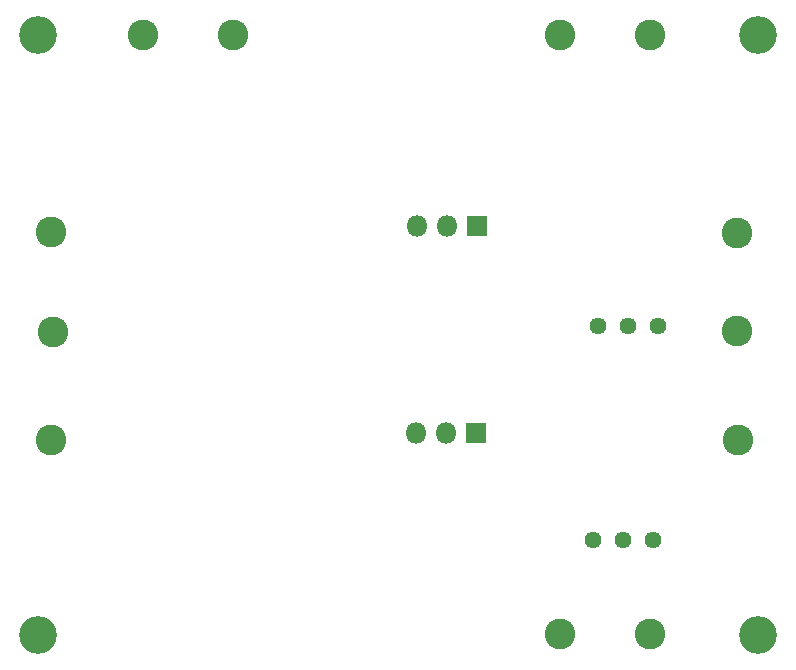
<source format=gbr>
G04 #@! TF.GenerationSoftware,KiCad,Pcbnew,(5.1.7-0-10_14)*
G04 #@! TF.CreationDate,2020-11-09T14:56:20+01:00*
G04 #@! TF.ProjectId,lv-lownoise-psu,6c762d6c-6f77-46e6-9f69-73652d707375,rev?*
G04 #@! TF.SameCoordinates,Original*
G04 #@! TF.FileFunction,Soldermask,Bot*
G04 #@! TF.FilePolarity,Negative*
%FSLAX46Y46*%
G04 Gerber Fmt 4.6, Leading zero omitted, Abs format (unit mm)*
G04 Created by KiCad (PCBNEW (5.1.7-0-10_14)) date 2020-11-09 14:56:20*
%MOMM*%
%LPD*%
G01*
G04 APERTURE LIST*
%ADD10C,2.600000*%
%ADD11C,1.440000*%
%ADD12O,1.800000X1.800000*%
%ADD13R,1.800000X1.800000*%
%ADD14C,3.200000*%
G04 APERTURE END LIST*
D10*
X129286000Y-83693000D03*
X136906000Y-83693000D03*
X136906000Y-33020000D03*
X129286000Y-33020000D03*
X93980000Y-33020000D03*
X101600000Y-33020000D03*
D11*
X132118100Y-75793600D03*
X134658100Y-75793600D03*
X137198100Y-75793600D03*
D12*
X117094000Y-66675000D03*
X119634000Y-66675000D03*
D13*
X122174000Y-66675000D03*
D12*
X117221000Y-49149000D03*
X119761000Y-49149000D03*
D13*
X122301000Y-49149000D03*
D11*
X132486400Y-57619900D03*
X135026400Y-57619900D03*
X137566400Y-57619900D03*
D10*
X144373600Y-67310000D03*
X144322800Y-58064400D03*
X144322800Y-49784000D03*
X86233000Y-49657000D03*
X86360000Y-58166000D03*
X86233000Y-67310000D03*
D14*
X146050000Y-33020000D03*
X146050000Y-83820000D03*
X85090000Y-83820000D03*
X85090000Y-33020000D03*
M02*

</source>
